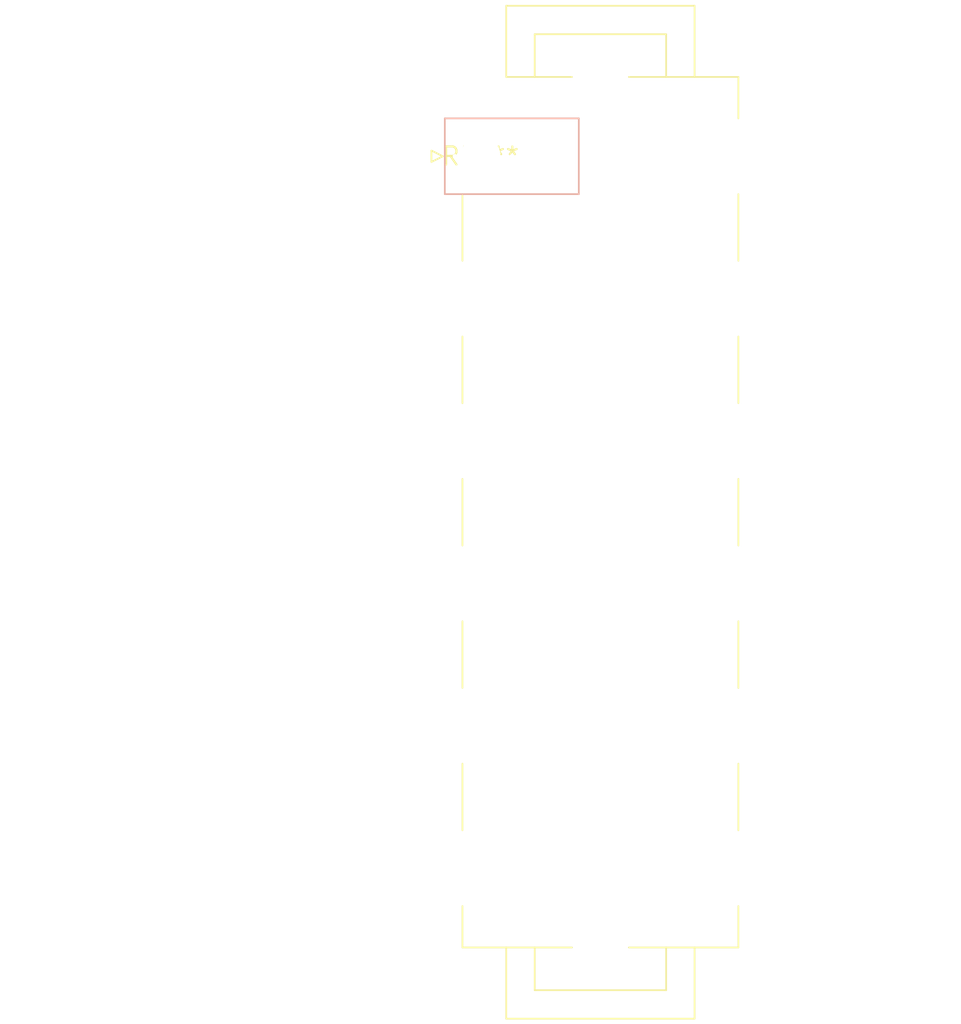
<source format=kicad_pcb>
(kicad_pcb (version 20240108) (generator pcbnew)
  (layers (0 "F.Cu" signal) (31 "B.Cu" signal) (34 "B.Paste" user) (35 "F.Paste" user) (36 "B.SilkS" user "B.Silkscreen") (37 "F.SilkS" user "F.Silkscreen") (38 "B.Mask" user) (39 "F.Mask" user) (44 "Edge.Cuts" user))
  (net 0 "")
  (footprint "Molex_Mini-Fit_Sr_43915-xx12_2x06_P10.00mm_Vertical_ThermalVias" (layer "F.Cu") (at 0 0)
    (property "Reference" "REF**")
    (property "Value" "Molex_Mini-Fit_Sr_43915-xx12_2x06_P10.00mm_Vertical_ThermalVias")
    (fp_line (start -2.51 -2.66) (end -2.51 2.66) (layer "B.SilkS") (stroke (width 0.12)))
    (fp_line (start -2.51 2.66) (end 6.91 2.66) (layer "B.SilkS") (stroke (width 0.12)))
    (fp_line (start 6.91 -2.66) (end -2.51 -2.66) (layer "B.SilkS") (stroke (width 0.12)))
    (fp_line (start 6.91 2.66) (end 6.91 -2.66) (layer "B.SilkS") (stroke (width 0.12)))
    (fp_line (start -3.45 -0.4) (end -3.45 0.4) (layer "F.SilkS") (stroke (width 0.12)))
    (fp_line (start -3.45 0.4) (end -2.65 0) (layer "F.SilkS") (stroke (width 0.12)))
    (fp_line (start -2.65 0) (end -3.45 -0.4) (layer "F.SilkS") (stroke (width 0.12)))
    (fp_line (start -1.27 2.66) (end -1.27 7.34) (layer "F.SilkS") (stroke (width 0.12)))
    (fp_line (start -1.27 12.66) (end -1.27 17.34) (layer "F.SilkS") (stroke (width 0.12)))
    (fp_line (start -1.27 22.66) (end -1.27 27.34) (layer "F.SilkS") (stroke (width 0.12)))
    (fp_line (start -1.27 32.66) (end -1.27 37.34) (layer "F.SilkS") (stroke (width 0.12)))
    (fp_line (start -1.27 42.66) (end -1.27 47.34) (layer "F.SilkS") (stroke (width 0.12)))
    (fp_line (start -1.27 52.66) (end -1.27 55.57) (layer "F.SilkS") (stroke (width 0.12)))
    (fp_line (start -1.27 55.57) (end 6.43 55.57) (layer "F.SilkS") (stroke (width 0.12)))
    (fp_line (start 1.81 -10.57) (end 15.05 -10.57) (layer "F.SilkS") (stroke (width 0.12)))
    (fp_line (start 1.81 -5.57) (end 1.81 -10.57) (layer "F.SilkS") (stroke (width 0.12)))
    (fp_line (start 1.81 55.57) (end 1.81 60.57) (layer "F.SilkS") (stroke (width 0.12)))
    (fp_line (start 1.81 60.57) (end 15.05 60.57) (layer "F.SilkS") (stroke (width 0.12)))
    (fp_line (start 3.81 -8.57) (end 13.05 -8.57) (layer "F.SilkS") (stroke (width 0.12)))
    (fp_line (start 3.81 -5.57) (end 3.81 -8.57) (layer "F.SilkS") (stroke (width 0.12)))
    (fp_line (start 3.81 55.57) (end 3.81 58.57) (layer "F.SilkS") (stroke (width 0.12)))
    (fp_line (start 3.81 58.57) (end 13.05 58.57) (layer "F.SilkS") (stroke (width 0.12)))
    (fp_line (start 6.43 -5.57) (end 1.81 -5.57) (layer "F.SilkS") (stroke (width 0.12)))
    (fp_line (start 13.05 -8.57) (end 13.05 -5.57) (layer "F.SilkS") (stroke (width 0.12)))
    (fp_line (start 13.05 58.57) (end 13.05 55.57) (layer "F.SilkS") (stroke (width 0.12)))
    (fp_line (start 15.05 -10.57) (end 15.05 -5.57) (layer "F.SilkS") (stroke (width 0.12)))
    (fp_line (start 15.05 60.57) (end 15.05 55.57) (layer "F.SilkS") (stroke (width 0.12)))
    (fp_line (start 18.13 -5.57) (end 10.43 -5.57) (layer "F.SilkS") (stroke (width 0.12)))
    (fp_line (start 18.13 -2.66) (end 18.13 -5.57) (layer "F.SilkS") (stroke (width 0.12)))
    (fp_line (start 18.13 2.66) (end 18.13 7.34) (layer "F.SilkS") (stroke (width 0.12)))
    (fp_line (start 18.13 12.66) (end 18.13 17.34) (layer "F.SilkS") (stroke (width 0.12)))
    (fp_line (start 18.13 22.66) (end 18.13 27.34) (layer "F.SilkS") (stroke (width 0.12)))
    (fp_line (start 18.13 32.66) (end 18.13 37.34) (layer "F.SilkS") (stroke (width 0.12)))
    (fp_line (start 18.13 42.66) (end 18.13 47.34) (layer "F.SilkS") (stroke (width 0.12)))
    (fp_line (start 18.13 52.66) (end 18.13 55.57) (layer "F.SilkS") (stroke (width 0.12)))
    (fp_line (start 18.13 55.57) (end 10.43 55.57) (layer "F.SilkS") (stroke (width 0.12)))
    (pad "" thru_hole circle (at 8.43 -5.705) (size 3.5 3.5) (drill 3) (layers *.Cu *.Mask) (remove_unused_layers))
    (pad "" np_thru_hole circle (at 8.43 5) (size 3 3) (drill 3) (layers *.Cu *.Mask))
    (pad "" thru_hole circle (at 8.43 55.705) (size 3.5 3.5) (drill 3) (layers *.Cu *.Mask) (remove_unused_layers))
    (pad "1" thru_hole roundrect (at -1.8 -1.95) (size 0.6 0.6) (drill 0.3) (layers *.Cu *.Mask) (remove_unused_layers))
    (pad "1" thru_hole roundrect (at -1.8 0) (size 0.6 0.6) (drill 0.3) (layers *.Cu *.Mask) (remove_unused_layers))
    (pad "1" thru_hole roundrect (at -1.8 1.95) (size 0.6 0.6) (drill 0.3) (layers *.Cu *.Mask) (remove_unused_layers))
    (pad "1" thru_hole rect (at 0 0) (size 4.5 4.8) (drill 2.8) (layers *.Cu *.Mask) (remove_unused_layers))
    (pad "1" thru_hole roundrect (at 0.2 -1.95) (size 0.6 0.6) (drill 0.3) (layers *.Cu *.Mask) (remove_unused_layers))
    (pad "1" thru_hole roundrect (at 0.2 1.95) (size 0.6 0.6) (drill 0.3) (layers *.Cu *.Mask) (remove_unused_layers))
    (pad "1" thru_hole roundrect (at 2.2 -1.95) (size 0.6 0.6) (drill 0.3) (layers *.Cu *.Mask) (remove_unused_layers))
    (pad "1" thru_hole roundrect (at 2.2 0) (size 0.6 0.6) (drill 0.3) (layers *.Cu *.Mask) (remove_unused_layers))
    (pad "1" thru_hole roundrect (at 2.2 1.95) (size 0.6 0.6) (drill 0.3) (layers *.Cu *.Mask) (remove_unused_layers))
    (pad "1" thru_hole roundrect (at 4.2 -1.95) (size 0.6 0.6) (drill 0.3) (layers *.Cu *.Mask) (remove_unused_layers))
    (pad "1" thru_hole roundrect (at 4.2 1.95) (size 0.6 0.6) (drill 0.3) (layers *.Cu *.Mask) (remove_unused_layers))
    (pad "1" thru_hole rect (at 4.4 0) (size 4.5 4.8) (drill 2.8) (layers *.Cu *.Mask) (remove_unused_layers))
    (pad "1" thru_hole roundrect (at 6.2 -1.95) (size 0.6 0.6) (drill 0.3) (layers *.Cu *.Mask) (remove_unused_layers))
    (pad "1" thru_hole roundrect (at 6.2 0) (size 0.6 0.6) (drill 0.3) (layers *.Cu *.Mask) (remove_unused_layers))
    (pad "1" thru_hole roundrect (at 6.2 1.95) (size 0.6 0.6) (drill 0.3) (layers *.Cu *.Mask) (remove_unused_layers))
    (pad "2" thru_hole circle (at -1.8 8.05) (size 0.6 0.6) (drill 0.3) (layers *.Cu *.Mask) (remove_unused_layers))
    (pad "2" thru_hole circle (at -1.8 10) (size 0.6 0.6) (drill 0.3) (layers *.Cu *.Mask) (remove_unused_layers))
    (pad "2" thru_hole circle (at -1.8 11.95) (size 0.6 0.6) (drill 0.3) (layers *.Cu *.Mask) (remove_unused_layers))
    (pad "2" thru_hole rect (at 0 10) (size 4.5 4.8) (drill 2.8) (layers *.Cu *.Mask) (remove_unused_layers))
    (pad "2" thru_hole circle (at 0.2 8.05) (size 0.6 0.6) (drill 0.3) (layers *.Cu *.Mask) (remove_unused_layers))
    (pad "2" thru_hole circle (at 0.2 11.95) (size 0.6 0.6) (drill 0.3) (layers *.Cu *.Mask) (remove_unused_layers))
    (pad "2" thru_hole circle (at 2.2 8.05) (size 0.6 0.6) (drill 0.3) (layers *.Cu *.Mask) (remove_unused_layers))
    (pad "2" thru_hole circle (at 2.2 10) (size 0.6 0.6) (drill 0.3) (layers *.Cu *.Mask) (remove_unused_layers))
    (pad "2" thru_hole circle (at 2.2 11.95) (size 0.6 0.6) (drill 0.3) (layers *.Cu *.Mask) (remove_unused_layers))
    (pad "2" thru_hole circle (at 4.2 8.05) (size 0.6 0.6) (drill 0.3) (layers *.Cu *.Mask) (remove_unused_layers))
    (pad "2" thru_hole circle (at 4.2 11.95) (size 0.6 0.6) (drill 0.3) (layers *.Cu *.Mask) (remove_unused_layers))
    (pad "2" thru_hole rect (at 4.4 10) (size 4.5 4.8) (drill 2.8) (layers *.Cu *.Mask) (remove_unused_layers))
    (pad "2" thru_hole circle (at 6.2 8.05) (size 0.6 0.6) (drill 0.3) (layers *.Cu *.Mask) (remove_unused_layers))
    (pad "2" thru_hole circle (at 6.2 10) (size 0.6 0.6) (drill 0.3) (layers *.Cu *.Mask) (remove_unused_layers))
    (pad "2" thru_hole circle (at 6.2 11.95) (size 0.6 0.6) (drill 0.3) (layers *.Cu *.Mask) (remove_unused_layers))
    (pad "3" thru_hole circle (at -1.8 18.05) (size 0.6 0.6) (drill 0.3) (layers *.Cu *.Mask) (remove_unused_layers))
    (pad "3" thru_hole circle (at -1.8 20) (size 0.6 0.6) (drill 0.3) (layers *.Cu *.Mask) (remove_unused_layers))
    (pad "3" thru_hole circle (at -1.8 21.95) (size 0.6 0.6) (drill 0.3) (layers *.Cu *.Mask) (remove_unused_layers))
    (pad "3" thru_hole rect (at 0 20) (size 4.5 4.8) (drill 2.8) (layers *.Cu *.Mask) (remove_unused_layers))
    (pad "3" thru_hole circle (at 0.2 18.05) (size 0.6 0.6) (drill 0.3) (layers *.Cu *.Mask) (remove_unused_layers))
    (pad "3" thru_hole circle (at 0.2 21.95) (size 0.6 0.6) (drill 0.3) (layers *.Cu *.Mask) (remove_unused_layers))
    (pad "3" thru_hole circle (at 2.2 18.05) (size 0.6 0.6) (drill 0.3) (layers *.Cu *.Mask) (remove_unused_layers))
    (pad "3" thru_hole circle (at 2.2 20) (size 0.6 0.6) (drill 0.3) (layers *.Cu *.Mask) (remove_unused_layers))
    (pad "3" thru_hole circle (at 2.2 21.95) (size 0.6 0.6) (drill 0.3) (layers *.Cu *.Mask) (remove_unused_layers))
    (pad "3" thru_hole circle (at 4.2 18.05) (size 0.6 0.6) (drill 0.3) (layers *.Cu *.Mask) (remove_unused_layers))
    (pad "3" thru_hole circle (at 4.2 21.95) (size 0.6 0.6) (drill 0.3) (layers *.Cu *.Mask) (remove_unused_layers))
    (pad "3" thru_hole rect (at 4.4 20) (size 4.5 4.8) (drill 2.8) (layers *.Cu *.Mask) (remove_unused_layers))
    (pad "3" thru_hole circle (at 6.2 18.05) (size 0.6 0.6) (drill 0.3) (layers *.Cu *.Mask) (remove_unused_layers))
    (pad "3" thru_hole circle (at 6.2 20) (size 0.6 0.6) (drill 0.3) (layers *.Cu *.Mask) (remove_unused_layers))
    (pad "3" thru_hole circle (at 6.2 21.95) (size 0.6 0.6) (drill 0.3) (layers *.Cu *.Mask) (remove_unused_layers))
    (pad "4" thru_hole circle (at -1.8 28.05) (size 0.6 0.6) (drill 0.3) (layers *.Cu *.Mask) (remove_unused_layers))
    (pad "4" thru_hole circle (at -1.8 30) (size 0.6 0.6) (drill 0.3) (layers *.Cu *.Mask) (remove_unused_layers))
    (pad "4" thru_hole circle (at -1.8 31.95) (size 0.6 0.6) (drill 0.3) (layers *.Cu *.Mask) (remove_unused_layers))
    (pad "4" thru_hole rect (at 0 30) (size 4.5 4.8) (drill 2.8) (layers *.Cu *.Mask) (remove_unused_layers))
    (pad "4" thru_hole circle (at 0.2 28.05) (size 0.6 0.6) (drill 0.3) (layers *.Cu *.Mask) (remove_unused_layers))
    (pad "4" thru_hole circle (at 0.2 31.95) (size 0.6 0.6) (drill 0.3) (layers *.Cu *.Mask) (remove_unused_layers))
    (pad "4" thru_hole circle (at 2.2 28.05) (size 0.6 0.6) (drill 0.3) (layers *.Cu *.Mask) (remove_unused_layers))
    (pad "4" thru_hole circle (at 2.2 30) (size 0.6 0.6) (drill 0.3) (layers *.Cu *.Mask) (remove_unused_layers))
    (pad "4" thru_hole circle (at 2.2 31.95) (size 0.6 0.6) (drill 0.3) (layers *.Cu *.Mask) (remove_unused_layers))
    (pad "4" thru_hole circle (at 4.2 28.05) (size 0.6 0.6) (drill 0.3) (layers *.Cu *.Mask) (remove_unused_layers))
    (pad "4" thru_hole circle (at 4.2 31.95) (size 0.6 0.6) (drill 0.3) (layers *.Cu *.Mask) (remove_unused_layers))
    (pad "4" thru_hole rect (at 4.4 30) (size 4.5 4.8) (drill 2.8) (layers *.Cu *.Mask) (remove_unused_layers))
    (pad "4" thru_hole circle (at 6.2 28.05) (size 0.6 0.6) (drill 0.3) (layers *.Cu *.Mask) (remove_unused_layers))
    (pad "4" thru_hole circle (at 6.2 30) (size 0.6 0.6) (drill 0.3) (layers *.Cu *.Mask) (remove_unused_layers))
    (pad "4" thru_hole circle (at 6.2 31.95) (size 0.6 0.6) (drill 0.3) (layers *.Cu *.Mask) (remove_unused_layers))
    (pad "5" thru_hole circle (at -1.8 38.05) (size 0.6 0.6) (drill 0.3) (layers *.Cu *.Mask) (remove_unused_layers))
    (pad "5" thru_hole circle (at -1.8 40) (size 0.6 0.6) (drill 0.3) (layers *.Cu *.Mask) (remove_unused_layers))
    (pad "5" thru_hole circle (at -1.8 41.95) (size 0.6 0.6) (drill 0.3) (layers *.Cu *.Mask) (remove_unused_layers))
    (pad "5" thru_hole rect (at 0 40) (size 4.5 4.8) (drill 2.8) (layers *.Cu *.Mask) (remove_unused_layers))
    (pad "5" thru_hole circle (at 0.2 38.05) (size 0.6 0.6) (drill 0.3) (layers *.Cu *.Mask) (remove_unused_layers))
    (pad "5" thru_hole circle (at 0.2 41.95) (size 0.6 0.6) (drill 0.3) (layers *.Cu *.Mask) (remove_unused_layers))
    (pad "5" thru_hole circle (at 2.2 38.05) (size 0.6 0.6) (drill 0.3) (layers *.Cu *.Mask) (remove_unused_layers))
    (pad "5" thru_hole circle (at 2.2 40) (size 0.6 0.6) (drill 0.3) (layers *.Cu *.Mask) (remove_unused_layers))
    (pad "5" thru_hole circle (at 2.2 41.95) (size 0.6 0.6) (drill 0.3) (layers *.Cu *.Mask) (remove_unused_layers))
    (pad "5" thru_hole circle (at 4.2 38.05) (size 0.6 0.6) (drill 0.3) (layers *.Cu *.Mask) (remove_unused_layers))
    (pad "5" thru_hole circle (at 4.2 41.95) (size 0.6 0.6) (drill 0.3) (layers *.Cu *.Mask) (remove_unused_layers))
    (pad "5" thru_hole rect (at 4.4 40) (size 4.5 4.8) (drill 2.8) (layers *.Cu *.Mask) (remove_unused_layers))
    (pad "5" thru_hole circle (at 6.2 38.05) (size 0.6 0.6) (drill 0.3) (layers *.Cu *.Mask) (remove_unused_layers))
    (pad "5" thru_hole circle (at 6.2 40) (size 0.6 0.6) (drill 0.3) (layers *.Cu *.Mask) (remove_unused_layers))
    (pad "5" thru_hole circle (at 6.2 41.95) (size 0.6 0.6) (drill 0.3) (layers *.Cu *.Mask) (remove_unused_layers))
    (pad "6" thru_hole circle (at -1.8 48.05) (size 0.6 0.6) (drill 0.3) (layers *.Cu *.Mask) (remove_unused_layers))
    (pad "6" thru_hole circle (at -1.8 50) (size 0.6 0.6) (drill 0.3) (layers *.Cu *.Mask) (remove_unused_layers))
    (pad "6" thru_hole circle (at -1.8 51.95) (size 0.6 0.6) (drill 0.3) (layers *.Cu *.Mask) (remove_unused_layers))
    (pad "6" thru_hole rect (at 0 50) (size 4.5 4.8) (drill 2.8) (layers *.Cu *.Mask) (remove_unused_layers))
    (pad "6" thru_hole circle (at 0.2 48.05) (size 0.6 0.6) (drill 0.3) (layers *.Cu *.Mask) (remove_unused_layers))
    (pad "6" thru_hole circle (at 0.2 51.95) (size 0.6 0.6) (drill 0.3) (layers *.Cu *.Mask) (remove_unused_layers))
    (pad "6" thru_hole circle (at 2.2 48.05) (size 0.6 0.6) (drill 0.3) (layers *.Cu *.Mask) (remove_unused_layers))
    (pad "6" thru_hole circle (at 2.2 50) (size 0.6 0.6) (drill 0.3) (layers *.Cu *.Mask) (remove_unused_layers))
    (pad "6" thru_hole circle (at 2.2 51.95) (size 0.6 0.6) (drill 0.3) (layers *.Cu *.Mask) (remove_unused_layers))
    (pad "6" thru_hole circle (at 4.2 48.05) (size 0.6 0.6) (drill 0.3) (layers *.Cu *.Mask) (remove_unused_layers))
    (pad "6" thru_hole circle (at 4.2 51.95) (size 0.6 0.6) (drill 0.3) (layers *.Cu *.Mask) (remove_unused_layers))
    (pad "6" thru_hole rect (at 4.4 50) (size 4.5 4.8) (drill 2.8) (layers *.Cu *.Mask) (remove_unused_layers))
    (pad "6" thru_hole circle (at 6.2 48.05) (size 0.6 0.6) (drill 0.3) (layers *.Cu *.Mask) (remove_unused_layers))
    (pad "6" thru_hole circle (at 6.2 50) (size 0.6 0.6) (drill 0.3) (layers *.Cu *.Mask) (remove_unused_layers))
    (pad "6" thru_hole circle (at 6.2 51.95) (size 0.6 0.6) (drill 0.3) (layers *.Cu *.Mask) (remove_unused_layers))
    (pad "7" thru_hole circle (at 10.66 -1.95) (size 0.6 0.6) (drill 0.3) (layers *.Cu *.Mask) (remove_unused_layers))
    (pad "7" thru_hole circle (at 10.66 0) (size 0.6 0.6) (drill 0.3) (layers *.Cu *.Mask) (remove_unused_layers))
    (pad "7" thru_hole circle (at 10.66 1.95) (size 0.6 0.6) (drill 0.3) (layers *.Cu *.Mask) (remove_unused_layers))
    (pad "7" thru_hole rect (at 12.46 0) (size 4.5 4.8) (drill 2.8) (layers *.Cu *.Mask) (remove_unused_layers))
    (pad "7" thru_hole circle (at 12.66 -1.95) (size 0.6 0.6) (drill 0.3) (layers *.Cu *.Mask) (remove_unused_layers))
    (pad "7" thru_hole circle (at 12.66 1.95) (size 0.6 0.6) (drill 0.3) (layers *.Cu *.Mask) (remove_unused_layers))
    (pad "7" thru_hole circle (at 14.66 -1.95) (size 0.6 0.6) (drill 0.3) (layers *.Cu *.Mask) (remove_unused_layers))
    (pad "7" thru_hole circle (at 14.66 0) (size 0.6 0.6) (drill 0.3) (layers *.Cu *.Mask) (remove_unused_layers))
    (pad "7" thru_hole circle (at 14.66 1.95) (size 0.6 0.6) (drill 0.3) (layers *.Cu *.Mask) (remove_unused_layers))
    (pad "7" thru_hole circle (at 16.66 -1.95) (size 0.6 0.6) (drill 0.3) (layers *.Cu *.Mask) (remove_unused_layers))
    (pad "7" thru_hole circle (at 16.66 1.95) (size 0.6 0.6) (drill 0.3) (layers *.Cu *.Mask) (remove_unused_layers))
    (pad "7" thru_hole rect (at 16.86 0) (size 4.5 4.8) (drill 2.8) (layers *.Cu *.Mask) (remove_unused_layers))
    (pad "7" thru_hole circle (at 18.66 -1.95) (size 0.6 0.6) (drill 0.3) (layers *.Cu *.Mask) (remove_unused_layers))
    (pad "7" thru_hole circle (at 18.66 0) (size 0.6 0.6) (drill 0.3) (layers *.Cu *.Mask) (remove_unused_layers))
    (pad "7" thru_hole circle (at 18.66 1.95) (size 0.6 0.6) (drill 0.3) (layers *.Cu *.Mask) (remove_unused_layers))
    (pad "8" thru_hole circle (at 10.66 8.05) (size 0.6 0.6) (drill 0.3) (layers *.Cu *.Mask) (remove_unused_layers))
    (pad "8" thru_hole circle (at 10.66 10) (size 0.6 0.6) (drill 0.3) (layers *.Cu *.Mask) (remove_unused_layers))
    (pad "8" thru_hole circle (at 10.66 11.95) (size 0.6 0.6) (drill 0.3) (layers *.Cu *.Mask) (remove_unused_layers))
    (pad "8" thru_hole rect (at 12.46 10) (size 4.5 4.8) (drill 2.8) (layers *.Cu *.Mask) (remove_unused_layers))
    (pad "8" thru_hole circle (at 12.66 8.05) (size 0.6 0.6) (drill 0.3) (layers *.Cu *.Mask) (remove_unused_layers))
    (pad "8" thru_hole circle (at 12.66 11.95) (size 0.6 0.6) (drill 0.3) (layers *.Cu *.Mask) (remove_unused_layers))
    (pad "8" thru_hole circle (at 14.66 8.05) (size 0.6 0.6) (drill 0.3) (layers *.Cu *.Mask) (remove_unused_layers))
    (pad "8" thru_hole circle (at 14.66 10) (size 0.6 0.6) (drill 0.3) (layers *.Cu *.Mask) (remove_unused_layers))
    (pad "8" thru_hole circle (at 14.66 11.95) (size 0.6 0.6) (drill 0.3) (layers *.Cu *.Mask) (remove_unused_layers))
    (pad "8" thru_hole circle (at 16.66 8.05) (size 0.6 0.6) (drill 0.3) (layers *.Cu *.Mask) (remove_unused_layers))
    (pad "8" thru_hole circle (at 16.66 11.95) (size 0.6 0.6) (drill 0.3) (layers *.Cu *.Mask) (remove_unused_layers))
    (pad "8" thru_hole rect (at 16.86 10) (size 4.5 4.8) (drill 2.8) (layers *.Cu *.Mask) (remove_unused_layers))
    (pad "8" thru_hole circle (at 18.66 8.05) (size 0.6 0.6) (drill 0.3) (layers *.Cu *.Mask) (remove_unused_layers))
    (pad "8" thru_hole circle (at 18.66 10) (size 0.6 0.6) (drill 0.3) (layers *.Cu *.Mask) (remove_unused_layers))
    (pad "8" thru_hole circle (at 18.66 11.95) (size 0.6 0.6) (drill 0.3) (layers *.Cu *.Mask) (remove_unused_layers))
    (pad "9" thru_hole circle (at 10.66 18.05) (size 0.6 0.6) (drill 0.3) (layers *.Cu *.Mask) (remove_unused_layers))
    (pad "9" thru_hole circle (at 10.66 20) (size 0.6 0.6) (drill 0.3) (layers *.Cu *.Mask) (remove_unused_layers))
    (pad "9" thru_hole circle (at 10.66 21.95) (size 0.6 0.6) (drill 0.3) (layers *.Cu *.Mask) (remove_unused_layers))
    (pad "9" thru_hole rect (at 12.46 20) (size 4.5 4.8) (drill 2.8) (layers *.Cu *.Mask) (remove_unused_layers))
    (pad "9" thru_hole circle (at 12.66 18.05) (size 0.6 0.6) (drill 0.3) (layers *.Cu *.Mask) (remove_unused_layers))
    (pad "9" thru_hole circle (at 12.66 21.95) (size 0.6 0.6) (drill 0.3) (layers *.Cu *.Mask) (remove_unused_layers))
    (pad "9" thru_hole circle (at 14.66 18.05) (size 0.6 0.6) (drill 0.3) (layers *.Cu *.Mask) (remove_unused_layers))
    (pad "9" thru_hole circle (at 14.66 20) (size 0.6 0.6) (drill 0.3) (layers *.Cu *.Mask) (remove_unused_layers))
    (pad "9" thru_hole circle (at 14.66 21.95) (size 0.6 0.6) (drill 0.3) (layers *.Cu *.Mask) (remove_unused_layers))
    (pad "9" thru_hole circle (at 16.66 18.05) (size 0.6 0.6) (drill 0.3) (layers *.Cu *.Mask) (remove_unused_layers))
    (pad "9" thru_hole circle (at 16.66 21.95) (size 0.6 0.6) (drill 0.3) (layers *.Cu *.Mask) (remove_unused_layers))
    (pad "9" thru_hole rect (at 16.86 20) (size 4.5 4.8) (drill 2.8) (layers *.Cu *.Mask) (remove_unused_layers))
    (pad "9" thru_hole circle (at 18.66 18.05) (size 0.6 0.6) (drill 0.3) (layers *.Cu *.Mask) (remove_unused_layers))
    (pad "9" thru_hole circle (at 18.66 20) (size 0.6 0.6) (drill 0.3) (layers *.Cu *.Mask) (remove_unused_layers))
    (pad "9" thru_hole circle (at 18.66 21.95) (size 0.6 0.6) (drill 0.3) (layers *.Cu *.Mask) (remove_unused_layers))
    (pad "10" thru_hole circle (at 10.66 28.05) (size 0.6 0.6) (drill 0.3) (layers *.Cu *.Mask) (remove_unused_layers))
    (pad "10" thru_hole circle (at 10.66 30) (size 0.6 0.6) (drill 0.3) (layers *.Cu *.Mask) (remove_unused_layers))
    (pad "10" thru_hole circle (at 10.66 31.95) (size 0.6 0.6) (drill 0.3) (layers *.Cu *.Mask) (remove_unused_layers))
    (pad "10" thru_hole rect (at 12.46 30) (size 4.5 4.8) (drill 2.8) (layers *.Cu *.Mask) (remove_unused_layers))
    (pad "10" thru_hole circle (at 12.66 28.05) (size 0.6 0.6) (drill 0.3) (layers *.Cu *.Mask) (remove_unused_layers))
    (pad "10" thru_hole circle (at 12.66 31.95) (size 0.6 0.6) (drill 0.3) (layers *.Cu *.Mask) (remove_unused_layers))
    (pad "10" thru_hole circle (at 14.66 28.05) (size 0.6 0.6) (drill 0.3) (layers *.Cu *.Mask) (remove_unused_layers))
    (pad "10" thru_hole circle (at 14.66 30) (size 0.6 0.6) (drill 0.3) (layers *.Cu *.Mask) (remove_unused_layers))
    (pad "10" thru_hole circle (at 14.66 31.95) (size 0.6 0.6) (drill 0.3) (layers *.Cu *.Mask) (remove_unused_layers))
    (pad "10" thru_hole circle (at 16.66 28.05) (size 0.6 0.6) (drill 0.3) (layers *.Cu *.Mask) (remove_unused_layers))
    (pad "10" thru_hole circle (at 16.66 31.95) (size 0.6 0.6) (drill 0.3) (layers *.Cu *.Mask) (remove_unused_layers))
    (pad "10" thru_hole rect (at 16.86 30) (size 4.5 4.8) (drill 2.8) (layers *.Cu *.Mask) (remove_unused_layers))
    (pad "10" thru_hole circle (at 18.66 28.05) (size 0.6 0.6) (drill 0.3) (layers *.Cu *.Mask) (remove_unused_layers))
    (pad "10" thru_hole circle (at 18.66 30) (size 0.6 0.6) (drill 0.3) (layers *.Cu *.Mask) (remove_unused_layers))
    (pad "10" thru_hole circle (at 18.66 31.95) (size 0.6 0.6) (drill 0.3) (layers *.Cu *.Mask) (remove_unused_layers))
    (pad "11" thru_hole circle (at 10.66 38.05) (size 0.6 0.6) (drill 0.3) (layers *.Cu *.Mask) (remove_unused_layers))
    (pad "11" thru_hole circle (at 10.66 40) (size 0.6 0.6) (drill 0.3) (layers *.Cu *.Mask) (remove_unused_layers))
    (pad "11" thru_hole circle (at 10.66 41.95) (size 0.6 0.6) (drill 0.3) (layers *.Cu *.Mask) (remove_unused_layers))
    (pad "11" thru_hole rect (at 12.46 40) (size 4.5 4.8) (drill 2.8) (layers *.Cu *.Mask) (remove_unused_layers))
    (pad "11" thru_hole circle (at 12.66 38.05) (size 0.6 0.6) (drill 0.3) (layers *.Cu *.Mask) (remove_unused_layers))
    (pad "11" thru_hole circle (at 12.66 41.95) (size 0.6 0.6) (drill 0.3) (layers *.Cu *.Mask) (remove_unused_layers))
    (pad "11" thru_hole circle (at 14.66 38.05) (size 0.6 0.6) (drill 0.3) (layers *.Cu *.Mask) (remove_unused_layers))
    (pad "11" thru_hole circle (at 14.66 40) (size 0.6 0.6) (drill 0.3) (layers *.Cu *.Mask) (remove_unused_layers))
    (pad "11" thru_hole circle (at 14.66 41.95) (size 0.6 0.6) (drill 0.3) (layers *.Cu *.Mask) (remove_unused_layers))
    (pad "11" thru_hole circle (at 16.66 38.05) (size 0.6 0.6) (drill 0.3) (layers *.Cu *.Mask) (remove_unused_layers))
    (pad "11" thru_hole circle (at 16.66 41.95) (size 0.6 0.6) (drill 0.3) (layers *.Cu *.Mask) (remove_unused_layers))
    (pad "11" thru_hole rect (at 16.86 40) (size 4.5 4.8) (drill 2.8) (layers *.Cu *.Mask) (remove_unused_layers))
    (pad "11" thru_hole circle (at 18.66 38.05) (size 0.6 0.6) (drill 0.3) (layers *.Cu *.Mask) (remove_unused_layers))
    (pad "11" thru_hole circle (at 18.66 40) (size 0.6 0.6) (drill 0.3) (layers *.Cu *.Mask) (remove_unused_layers))
    (pad "11" thru_hole circle (at 18.66 41.95) (size 0.6 0.6) (drill 0.3) (layers *.Cu *.Mask) (remove_unused_layers))
    (pad "12" thru_hole circle (at 10.66 48.05) (size 0.6 0.6) (drill 0.3) (layers *.Cu *.Mask) (remove_unused_layers))
    (pad "12" thru_hole circle (at 10.66 50) (size 0.6 0.6) (drill 0.3) (layers *.Cu *.Mask) (remove_unused_layers))
    (pad "12" thru_hole circle (at 10.66 51.95) (size 0.6 0.6) (drill 0.3) (layers *.Cu *.Mask) (remove_unused_layers))
    (pad "12" thru_hole rect (at 12.46 50) (size 4.5 4.8) (drill 2.8) (layers *.Cu *.Mask) (remove_unused_layers))
    (pad "12" thru_hole circle (at 12.66 48.05) (size 0.6 0.6) (drill 0.3) (layers *.Cu *.Mask) (remove_unused_layers))
    (pad "12" thru_hole circle (at 12.66 51.95) (size 0.6 0.6) (drill 0.3) (layers *.Cu *.Mask) (remove_unused_layers))
    (pad "12" thru_hole circle (at 14.66 48.05) (size 0.6 0.6) (drill 0.3) (layers *.Cu *.Mask) (remove_unused_layers))
    (pad "12" thru_hole circle (at 14.66 50) (size 0.6 0.6) (drill 0.3) (layers *.Cu *.Mask) (remove_unused_layers))
    (pad "12" thru_hole circle (at 14.66 51.95) (size 0.6 0.6) (drill 0.3) (layers *.Cu *.Mask) (remove_unused_layers))
    (pad "12" thru_hole circle (at 16.66 48.05) (size 0.6 0.6) (drill 0.3) (layers *.Cu *.Mask) (remove_unused_layers))
    (pad "12" thru_hole circle (at 16.66 51.95) (size 0.6 0.6) (drill 0.3) (layers *.Cu *.Mask) (remove_unused_layers))
    (pad "12" thru_hole rect (at 16.86 50) (size 4.5 4.8) (drill 2.8) (layers *.Cu *.Mask) (remove_unused_layers))
    (pad "12" thru_hole circle (at 18.66 48.05) (size 0.6 0.6) (drill 0.3) (layers *.Cu *.Mask) (remove_unused_layers))
    (pad "12" thru_hole circle (at 18.66 50) (size 0.6 0.6) (drill 0.3) (layers *.Cu *.Mask) (remove_unused_layers))
    (pad "12" thru_hole circle (at 18.66 51.95) (size 0.6 0.6) (drill 0.3) (layers *.Cu *.Mask) (remove_unused_layers))
  )
)
</source>
